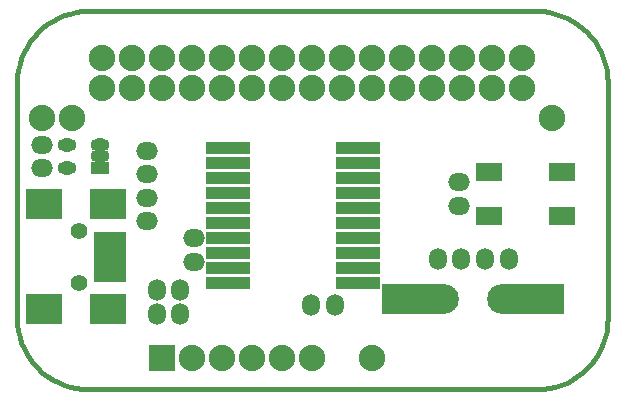
<source format=gts>
G04 (created by PCBNEW-RS274X (2012-01-19 BZR 3256)-stable) date 5/11/2012 7:46:45 PM*
G01*
G70*
G90*
%MOIN*%
G04 Gerber Fmt 3.4, Leading zero omitted, Abs format*
%FSLAX34Y34*%
G04 APERTURE LIST*
%ADD10C,0.006000*%
%ADD11C,0.015000*%
%ADD12O,0.059400X0.073100*%
%ADD13O,0.073100X0.059400*%
%ADD14R,0.063300X0.043600*%
%ADD15O,0.063300X0.043600*%
%ADD16R,0.148000X0.043600*%
%ADD17R,0.088000X0.088000*%
%ADD18C,0.088000*%
%ADD19R,0.090900X0.063300*%
%ADD20R,0.216900X0.098700*%
%ADD21C,0.098700*%
%ADD22R,0.110600X0.039700*%
%ADD23R,0.118400X0.098700*%
%ADD24C,0.055400*%
G04 APERTURE END LIST*
G54D10*
G54D11*
X50158Y-33937D02*
X50167Y-34142D01*
X50194Y-34347D01*
X50239Y-34548D01*
X50301Y-34744D01*
X50380Y-34935D01*
X50475Y-35117D01*
X50586Y-35291D01*
X50711Y-35455D01*
X50850Y-35607D01*
X51002Y-35746D01*
X51166Y-35871D01*
X51340Y-35982D01*
X51522Y-36077D01*
X51713Y-36156D01*
X51909Y-36218D01*
X52110Y-36263D01*
X52315Y-36290D01*
X52520Y-36299D01*
X69843Y-26063D02*
X69843Y-33937D01*
X50157Y-33937D02*
X50157Y-26063D01*
X67480Y-36300D02*
X67685Y-36291D01*
X67890Y-36264D01*
X68091Y-36219D01*
X68288Y-36157D01*
X68478Y-36078D01*
X68661Y-35983D01*
X68835Y-35872D01*
X68998Y-35747D01*
X69150Y-35607D01*
X69290Y-35455D01*
X69415Y-35292D01*
X69526Y-35118D01*
X69621Y-34935D01*
X69700Y-34745D01*
X69762Y-34548D01*
X69807Y-34347D01*
X69834Y-34142D01*
X69843Y-33937D01*
X52520Y-23701D02*
X67480Y-23701D01*
X52520Y-36299D02*
X67480Y-36299D01*
X69842Y-26063D02*
X69833Y-25858D01*
X69806Y-25653D01*
X69761Y-25452D01*
X69699Y-25256D01*
X69620Y-25065D01*
X69525Y-24883D01*
X69414Y-24709D01*
X69289Y-24545D01*
X69150Y-24393D01*
X68998Y-24254D01*
X68834Y-24129D01*
X68661Y-24018D01*
X68478Y-23923D01*
X68287Y-23844D01*
X68091Y-23782D01*
X67890Y-23737D01*
X67685Y-23710D01*
X67480Y-23701D01*
X52520Y-23700D02*
X52315Y-23709D01*
X52110Y-23736D01*
X51909Y-23781D01*
X51712Y-23843D01*
X51522Y-23922D01*
X51339Y-24017D01*
X51165Y-24128D01*
X51002Y-24253D01*
X50850Y-24393D01*
X50710Y-24545D01*
X50585Y-24708D01*
X50474Y-24882D01*
X50379Y-25065D01*
X50300Y-25255D01*
X50238Y-25452D01*
X50193Y-25653D01*
X50166Y-25858D01*
X50157Y-26063D01*
G54D12*
X64173Y-31969D03*
X64961Y-31969D03*
X66536Y-31969D03*
X65748Y-31969D03*
X59956Y-33500D03*
X60744Y-33500D03*
G54D13*
X54488Y-28346D03*
X54488Y-29134D03*
X50984Y-28149D03*
X50984Y-28937D03*
G54D14*
X52913Y-28918D03*
G54D15*
X52913Y-28168D03*
X51811Y-28918D03*
X52913Y-28543D03*
X51811Y-28168D03*
G54D16*
X61515Y-32750D03*
X61515Y-32250D03*
X61515Y-31750D03*
X61515Y-31250D03*
X61515Y-30750D03*
X61515Y-30250D03*
X61515Y-29750D03*
X61515Y-29250D03*
X61515Y-28750D03*
X61515Y-28250D03*
X57185Y-28250D03*
X57185Y-28750D03*
X57185Y-29250D03*
X57185Y-29750D03*
X57185Y-30250D03*
X57185Y-30750D03*
X57185Y-31250D03*
X57185Y-31750D03*
X57185Y-32250D03*
X57185Y-32750D03*
G54D17*
X55000Y-35250D03*
G54D18*
X56000Y-35250D03*
X57000Y-35250D03*
X58000Y-35250D03*
X59000Y-35250D03*
X60000Y-35250D03*
G54D19*
X65880Y-29072D03*
X65880Y-30528D03*
X68320Y-29072D03*
X68320Y-30528D03*
G54D12*
X54803Y-32992D03*
X55591Y-32992D03*
X54803Y-33780D03*
X55591Y-33780D03*
G54D18*
X68000Y-27250D03*
X52000Y-27250D03*
X51000Y-27250D03*
G54D13*
X54488Y-30709D03*
X54488Y-29921D03*
X56063Y-32048D03*
X56063Y-31260D03*
X64900Y-30194D03*
X64900Y-29406D03*
G54D18*
X62000Y-35250D03*
G54D20*
X63385Y-33307D03*
X67323Y-33307D03*
G54D21*
X66315Y-33307D03*
X64393Y-33307D03*
G54D22*
X53241Y-32520D03*
X53241Y-32205D03*
X53241Y-31890D03*
X53241Y-31575D03*
X53241Y-31260D03*
G54D23*
X53201Y-30138D03*
X51036Y-30138D03*
X51036Y-33642D03*
X53201Y-33642D03*
G54D24*
X52217Y-31024D03*
X52217Y-32756D03*
G54D18*
X67000Y-25250D03*
X66000Y-25250D03*
X65000Y-25250D03*
X64000Y-25250D03*
X63000Y-25250D03*
X62000Y-25250D03*
X61000Y-25250D03*
X60000Y-25250D03*
X59000Y-25250D03*
X58000Y-25250D03*
X57000Y-25250D03*
X56000Y-25250D03*
X55000Y-25250D03*
X54000Y-25250D03*
X53000Y-25250D03*
X67000Y-26250D03*
X66000Y-26250D03*
X65000Y-26250D03*
X64000Y-26250D03*
X63000Y-26250D03*
X62000Y-26250D03*
X61000Y-26250D03*
X60000Y-26250D03*
X59000Y-26250D03*
X58000Y-26250D03*
X57000Y-26250D03*
X56000Y-26250D03*
X55000Y-26250D03*
X54000Y-26250D03*
X53000Y-26250D03*
M02*

</source>
